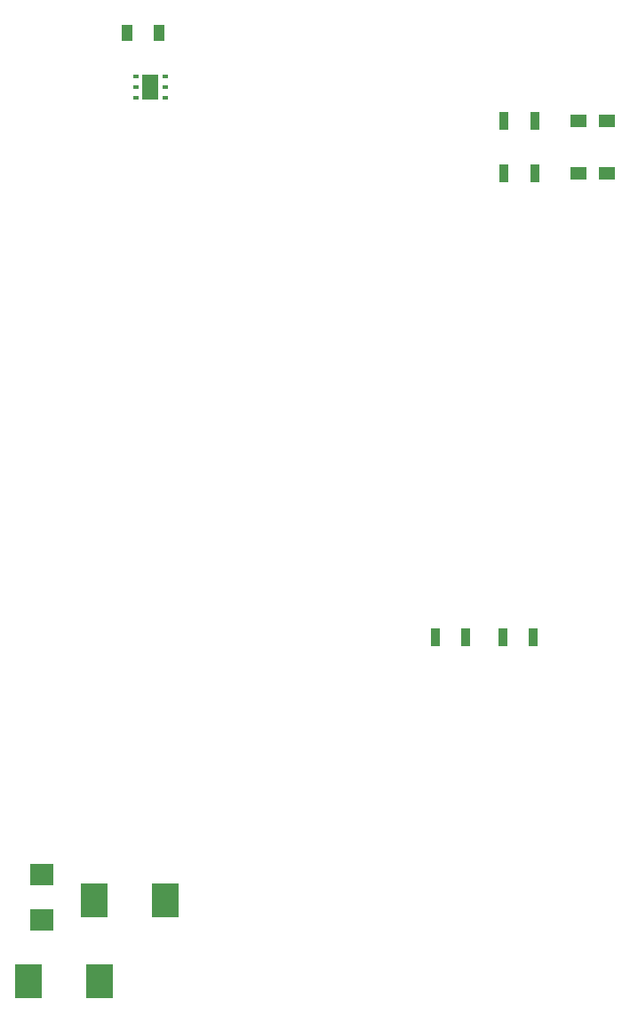
<source format=gtp>
G04 #@! TF.GenerationSoftware,KiCad,Pcbnew,(5.0.0-rc2-dev-691-g31b026c)*
G04 #@! TF.CreationDate,2018-05-13T20:35:11+02:00*
G04 #@! TF.ProjectId,backplane,6261636B706C616E652E6B696361645F,v1.6*
G04 #@! TF.SameCoordinates,Original*
G04 #@! TF.FileFunction,Paste,Top*
G04 #@! TF.FilePolarity,Positive*
%FSLAX46Y46*%
G04 Gerber Fmt 4.6, Leading zero omitted, Abs format (unit mm)*
G04 Created by KiCad (PCBNEW (5.0.0-rc2-dev-691-g31b026c)) date Sunday, 13. May 2018, 20:35:11*
%MOMM*%
%LPD*%
G01*
G04 APERTURE LIST*
%ADD10R,0.900000X1.700000*%
%ADD11R,1.000000X1.600000*%
%ADD12R,0.600000X0.400000*%
%ADD13R,1.500000X2.400000*%
%ADD14R,1.500000X1.300000*%
%ADD15R,2.180000X2.120000*%
%ADD16R,2.500000X3.300000*%
G04 APERTURE END LIST*
D10*
X91006000Y-75184000D03*
X93906000Y-75184000D03*
X100330000Y-75184000D03*
X97430000Y-75184000D03*
D11*
X64640000Y-17644800D03*
X61640000Y-17644800D03*
D10*
X97550000Y-26000000D03*
X100450000Y-26000000D03*
X97550000Y-31000000D03*
X100450000Y-31000000D03*
D12*
X62471000Y-22803000D03*
X62471000Y-23803000D03*
X62471000Y-21803000D03*
X65271000Y-21803000D03*
X65271000Y-23803000D03*
X65271000Y-22803000D03*
D13*
X63871000Y-22803000D03*
D14*
X104650000Y-26000000D03*
X107350000Y-26000000D03*
X107350000Y-31000000D03*
X104650000Y-31000000D03*
D15*
X53500000Y-102139500D03*
X53500000Y-97860500D03*
D16*
X59000000Y-108000000D03*
X52200000Y-108000000D03*
X58500000Y-100250000D03*
X65300000Y-100250000D03*
M02*

</source>
